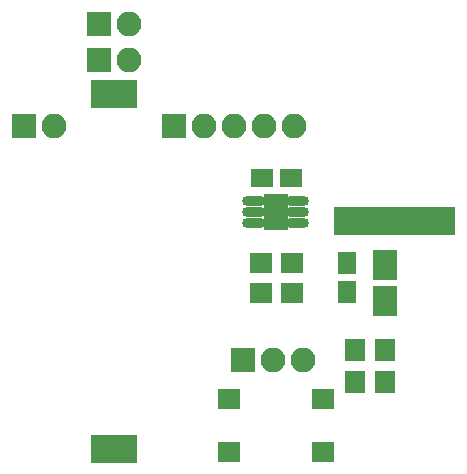
<source format=gts>
G04 #@! TF.FileFunction,Soldermask,Top*
%FSLAX46Y46*%
G04 Gerber Fmt 4.6, Leading zero omitted, Abs format (unit mm)*
G04 Created by KiCad (PCBNEW 4.0.6-e0-6349~53~ubuntu16.04.1) date Sun Jul  2 13:03:49 2017*
%MOMM*%
%LPD*%
G01*
G04 APERTURE LIST*
%ADD10C,0.100000*%
%ADD11R,2.100000X2.100000*%
%ADD12O,2.100000X2.100000*%
%ADD13R,3.900000X2.400000*%
%ADD14R,1.900000X1.700000*%
%ADD15R,1.900000X1.650000*%
%ADD16O,2.030000X0.850000*%
%ADD17R,1.250000X1.700000*%
%ADD18R,1.400000X2.400000*%
%ADD19R,2.000000X2.600000*%
%ADD20R,1.650000X1.900000*%
%ADD21R,1.700000X1.900000*%
%ADD22R,1.950000X1.700000*%
G04 APERTURE END LIST*
D10*
D11*
X170942000Y-140970000D03*
D12*
X173482000Y-140970000D03*
X176022000Y-140970000D03*
D13*
X160020000Y-118500000D03*
X160020000Y-148500000D03*
D11*
X158750000Y-112522000D03*
D12*
X161290000Y-112522000D03*
D14*
X175169800Y-132765800D03*
X172469800Y-132765800D03*
D15*
X172569800Y-125628400D03*
X175069800Y-125628400D03*
D16*
X175589800Y-129438400D03*
X175589800Y-128488400D03*
X175589800Y-127538400D03*
X171909800Y-127538400D03*
X171909800Y-128488400D03*
X171909800Y-129438400D03*
D17*
X173324800Y-127838400D03*
X173324800Y-129138400D03*
X174174800Y-127838400D03*
X174174800Y-129138400D03*
D14*
X175169800Y-135305800D03*
X172469800Y-135305800D03*
D18*
X179400000Y-129200000D03*
X180670000Y-129200000D03*
X181940000Y-129200000D03*
X183210000Y-129200000D03*
X184480000Y-129200000D03*
X185750000Y-129200000D03*
X187020000Y-129200000D03*
X188290000Y-129200000D03*
D19*
X183000000Y-133000000D03*
X183000000Y-136000000D03*
D20*
X179750000Y-135250000D03*
X179750000Y-132750000D03*
D21*
X183032400Y-140153400D03*
X183032400Y-142853400D03*
X180492400Y-140153400D03*
X180492400Y-142853400D03*
D11*
X158750000Y-115570000D03*
D12*
X161290000Y-115570000D03*
D11*
X152400000Y-121158000D03*
D12*
X154940000Y-121158000D03*
D11*
X165100000Y-121158000D03*
D12*
X167640000Y-121158000D03*
X170180000Y-121158000D03*
X172720000Y-121158000D03*
X175260000Y-121158000D03*
D22*
X169756000Y-148808000D03*
X169756000Y-144308000D03*
X177716000Y-144308000D03*
X177716000Y-148808000D03*
M02*

</source>
